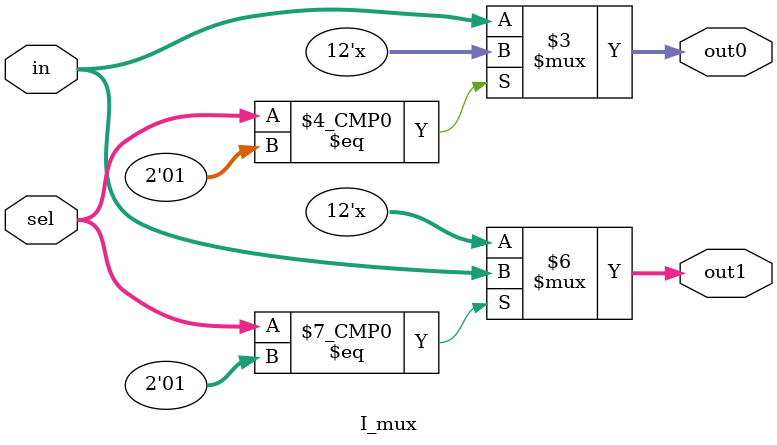
<source format=v>
`timescale 1ns/100ps
/*
Filename      : I_mux.v
Author        : Liam Crowley
Created       : Tue Oct 31 08:24:49 2023
INPUTS        : in
                sel
OUTPUTS       : out0
                out1
                out2
                out3
PARAMETERS    : m

Description   : I MUX for testing multiple voices
*/
module I_mux
#(
  parameter m = 12
  )
 (
 /*AUTOARG*/
   // Outputs
   out0, out1,
   // Inputs
   in, sel
   ) ;
   input [m-1:0]	in;
   output reg [m-1:0]	out0, out1;// out2, out3;
   input [1:0]		sel;
   always @(*) begin
   case (sel) 
        2'b00: begin
	out0 = in;	
end
     2'b01: begin
	out1 = in;
end
     /*
      * 2'b10: begin
	out2 = in;
end
     2'b11: begin
	out3 = in;
end*/
     default: begin
	out0 = in;
      
end
   endcase // case (sel)
   end
endmodule // i_mux

</source>
